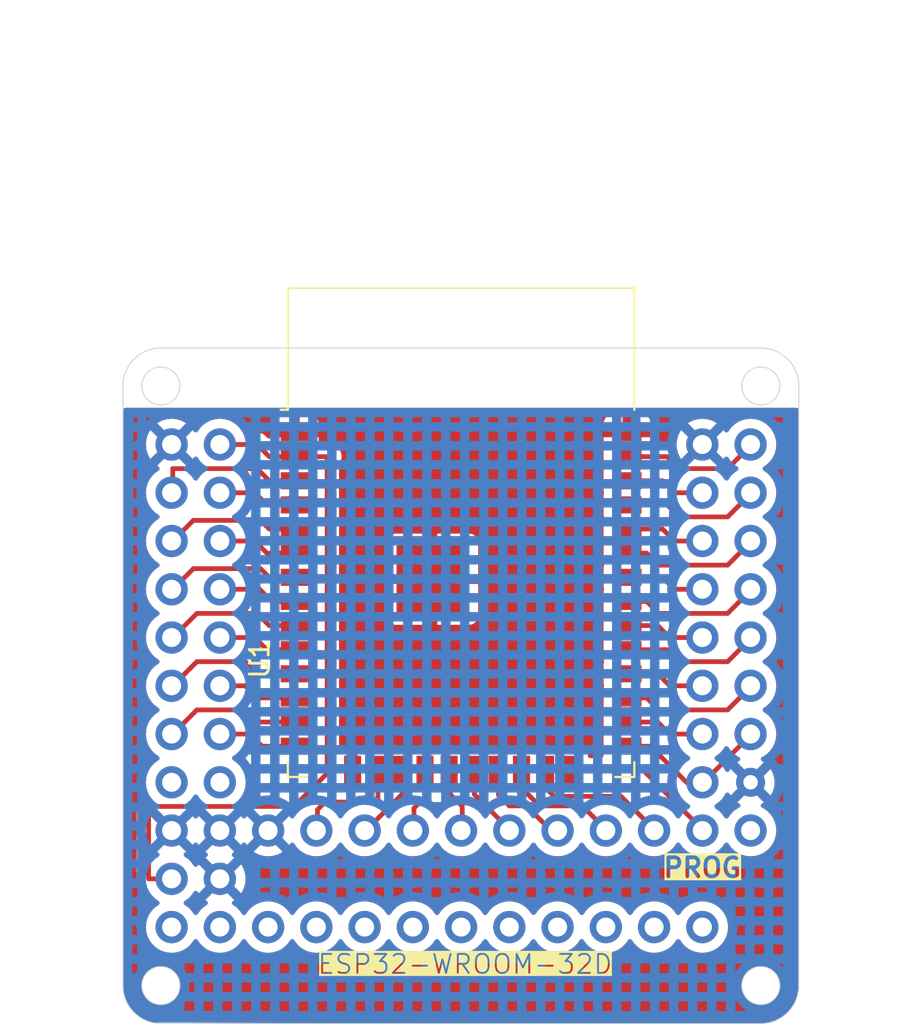
<source format=kicad_pcb>
(kicad_pcb (version 20240108) (generator "pcbnew") (generator_version "8.0")
  (layers (0 "F.Cu" signal) (31 "B.Cu" signal) (34 "B.Paste" user) (35 "F.Paste" user) (36 "B.SilkS" user "B.Silkscreen") (37 "F.SilkS" user "F.Silkscreen") (38 "B.Mask" user) (39 "F.Mask" user) (44 "Edge.Cuts" user))
  (net 0 "")
  (net 1 "unconnected-(U1-VDD-Pad2)")
  (net 2 "unconnected-(U1-EN-Pad3)")
  (net 3 "unconnected-(U1-SENSOR_VP-Pad4)")
  (net 4 "unconnected-(U1-SENSOR_VN-Pad5)")
  (net 5 "unconnected-(U1-IO34-Pad6)")
  (net 6 "unconnected-(U1-IO35-Pad7)")
  (net 7 "unconnected-(U1-IO32-Pad8)")
  (net 8 "unconnected-(U1-IO33-Pad9)")
  (net 9 "unconnected-(U1-IO25-Pad10)")
  (net 10 "unconnected-(U1-IO26-Pad11)")
  (net 11 "unconnected-(U1-IO27-Pad12)")
  (net 12 "unconnected-(U1-IO14-Pad13)")
  (net 13 "unconnected-(U1-IO12-Pad14)")
  (net 14 "unconnected-(U1-IO13-Pad16)")
  (net 15 "unconnected-(U1-SHD{slash}SD2-Pad17)")
  (net 16 "unconnected-(U1-SWP{slash}SD3-Pad18)")
  (net 17 "unconnected-(U1-SCS{slash}CMD-Pad19)")
  (net 18 "unconnected-(U1-SCK{slash}CLK-Pad20)")
  (net 19 "unconnected-(U1-SDO{slash}SD0-Pad21)")
  (net 20 "unconnected-(U1-SDI{slash}SD1-Pad22)")
  (net 21 "unconnected-(U1-IO15-Pad23)")
  (net 22 "unconnected-(U1-IO2-Pad24)")
  (net 23 "unconnected-(U1-IO0-Pad25)")
  (net 24 "unconnected-(U1-IO4-Pad26)")
  (net 25 "unconnected-(U1-IO16-Pad27)")
  (net 26 "unconnected-(U1-IO17-Pad28)")
  (net 27 "unconnected-(U1-IO5-Pad29)")
  (net 28 "unconnected-(U1-IO18-Pad30)")
  (net 29 "unconnected-(U1-IO19-Pad31)")
  (net 30 "unconnected-(U1-NC-Pad32)")
  (net 31 "unconnected-(U1-IO21-Pad33)")
  (net 32 "unconnected-(U1-RXD0{slash}IO3-Pad34)")
  (net 33 "unconnected-(U1-TXD0{slash}IO1-Pad35)")
  (net 34 "unconnected-(U1-IO22-Pad36)")
  (net 35 "unconnected-(U1-IO23-Pad37)")
  (net 36 "/GND")
  (footprint "Alexander Footprint Library:ESP32-WROOM-Adapter-Legacy-v2" (layer "F.Cu") (at 159.96 88.9)
    (property "Reference" "U1" (at -10.61 3.7 90) (layer "F.SilkS"))
    (property "Value" "ESP32-WROOM-32D")
    (fp_line (start -9.12 -15.86) (end -9.12 -9.445) (stroke (width 0.12)) (layer "F.SilkS"))
    (fp_line (start -9.12 -15.86) (end 9.12 -15.86) (stroke (width 0.12)) (layer "F.SilkS"))
    (fp_line (start -9.12 -9.445) (end -9.5 -9.445) (stroke (width 0.12)) (layer "F.SilkS"))
    (fp_line (start -9.12 9.1) (end -9.12 9.88) (stroke (width 0.12)) (layer "F.SilkS"))
    (fp_line (start -9.12 9.88) (end -8.12 9.88) (stroke (width 0.12)) (layer "F.SilkS"))
    (fp_line (start 9.12 -15.86) (end 9.12 -9.445) (stroke (width 0.12)) (layer "F.SilkS"))
    (fp_line (start 9.12 9.1) (end 9.12 9.88) (stroke (width 0.12)) (layer "F.SilkS"))
    (fp_line (start 9.12 9.88) (end 8.12 9.88) (stroke (width 0.12)) (layer "F.SilkS"))
    (fp_line (start -17.8054 20.86) (end -17.8054 -10.7) (stroke (width 0.05)) (layer "Edge.Cuts"))
    (fp_line (start -15.8054 -12.7) (end 15.78 -12.7) (stroke (width 0.05)) (layer "Edge.Cuts"))
    (fp_line (start 15.78 22.86) (end -15.8054 22.86) (stroke (width 0.05)) (layer "Edge.Cuts"))
    (fp_line (start 17.78 -10.7) (end 17.78 20.86) (stroke (width 0.05)) (layer "Edge.Cuts"))
    (fp_arc (start -17.8054 -10.7) (mid -17.219614 -12.114214) (end -15.8054 -12.7) (stroke (width 0.05)) (layer "Edge.Cuts"))
    (fp_arc (start -15.8054 22.86) (mid -17.219614 22.274214) (end -17.8054 20.86) (stroke (width 0.05)) (layer "Edge.Cuts"))
    (fp_arc (start 15.78 -12.7) (mid 17.194214 -12.114214) (end 17.78 -10.7) (stroke (width 0.05)) (layer "Edge.Cuts"))
    (fp_arc (start 17.78 20.86) (mid 17.194214 22.274214) (end 15.78 22.86) (stroke (width 0.05)) (layer "Edge.Cuts"))
    (fp_circle (center -15.805401 -10.700001) (end -14.805401 -10.700001) (stroke (width 0.05)) (fill none) (layer "Edge.Cuts"))
    (fp_circle (center -15.805401 20.860001) (end -14.805401 20.860001) (stroke (width 0.05)) (fill none) (layer "Edge.Cuts"))
    (fp_circle (center 15.78 -10.7) (end 16.78 -10.7) (stroke (width 0.05)) (fill none) (layer "Edge.Cuts"))
    (fp_circle (center 15.78 20.86) (end 16.78 20.86) (stroke (width 0.05)) (fill none) (layer "Edge.Cuts"))
    (fp_text user "ESP32-WROOM-32D" (at -7.62 20.32 0) (layer "F.SilkS" knockout) (effects (font (thickness 0.1)) (justify left bottom)))
    (fp_text user "PROG" (at 12.7 15.24 0) (layer "F.SilkS" knockout) (effects (font (thickness 0.2) (bold yes)) (justify bottom)))
    (pad "" thru_hole circle (at -15.24 10.16) (size 1.7 1.7) (drill 1) (layers "*.Cu" "*.Mask"))
    (pad "" thru_hole circle (at -15.24 17.78) (size 1.7 1.7) (drill 1) (layers "*.Cu" "*.Mask"))
    (pad "" thru_hole circle (at -12.7 10.16) (size 1.7 1.7) (drill 1) (layers "*.Cu" "*.Mask"))
    (pad "" thru_hole circle (at -12.7 17.78) (size 1.7 1.7) (drill 1) (layers "*.Cu" "*.Mask"))
    (pad "" thru_hole circle (at -10.16 17.78) (size 1.7 1.7) (drill 1) (layers "*.Cu" "*.Mask"))
    (pad "" thru_hole circle (at -7.62 17.78) (size 1.7 1.7) (drill 1) (layers "*.Cu" "*.Mask"))
    (pad "" thru_hole circle (at -5.08 17.78) (size 1.7 1.7) (drill 1) (layers "*.Cu" "*.Mask"))
    (pad "" thru_hole circle (at -2.54 17.78) (size 1.7 1.7) (drill 1) (layers "*.Cu" "*.Mask"))
    (pad "" thru_hole circle (at 0 17.78) (size 1.7 1.7) (drill 1) (layers "*.Cu" "*.Mask"))
    (pad "" thru_hole circle (at 2.54 17.78) (size 1.7 1.7) (drill 1) (layers "*.Cu" "*.Mask"))
    (pad "" thru_hole circle (at 5.08 17.78) (size 1.7 1.7) (drill 1) (layers "*.Cu" "*.Mask"))
    (pad "" thru_hole circle (at 7.62 17.78) (size 1.7 1.7) (drill 1) (layers "*.Cu" "*.Mask"))
    (pad "" thru_hole circle (at 10.16 17.78) (size 1.7 1.7) (drill 1) (layers "*.Cu" "*.Mask"))
    (pad "" thru_hole circle (at 12.7 17.78) (size 1.7 1.7) (drill 1) (layers "*.Cu" "*.Mask"))
    (pad "" thru_hole circle (at 15.24 12.7) (size 1.7 1.7) (drill 1) (layers "*.Cu" "*.Mask"))
    (pad "1" thru_hole circle (at -15.24 -7.62) (size 1.7 1.7) (drill 1) (layers "*.Cu" "*.Mask") (net 36 "/GND"))
    (pad "1" smd rect (at -8.75 -8.25) (size 1.5 0.9) (layers "F.Cu" "F.Paste" "F.Mask") (net 36 "/GND"))
    (pad "2" thru_hole circle (at -15.24 15.24) (size 1.7 1.7) (drill 1) (layers "*.Cu" "*.Mask") (net 1 "unconnected-(U1-VDD-Pad2)"))
    (pad "2" thru_hole circle (at -12.7 -7.62) (size 1.7 1.7) (drill 1) (layers "*.Cu" "*.Mask") (net 1 "unconnected-(U1-VDD-Pad2)"))
    (pad "2" smd rect (at -8.75 -6.98) (size 1.5 0.9) (layers "F.Cu" "F.Paste" "F.Mask") (net 1 "unconnected-(U1-VDD-Pad2)"))
    (pad "3" thru_hole circle (at -15.24 -5.08) (size 1.7 1.7) (drill 1) (layers "*.Cu" "*.Mask") (net 2 "unconnected-(U1-EN-Pad3)"))
    (pad "3" smd rect (at -8.75 -5.71) (size 1.5 0.9) (layers "F.Cu" "F.Paste" "F.Mask") (net 2 "unconnected-(U1-EN-Pad3)"))
    (pad "4" thru_hole circle (at -12.7 -5.08) (size 1.7 1.7) (drill 1) (layers "*.Cu" "*.Mask") (net 3 "unconnected-(U1-SENSOR_VP-Pad4)"))
    (pad "4" smd rect (at -8.75 -4.44) (size 1.5 0.9) (layers "F.Cu" "F.Paste" "F.Mask") (net 3 "unconnected-(U1-SENSOR_VP-Pad4)"))
    (pad "5" thru_hole circle (at -15.24 -2.54) (size 1.7 1.7) (drill 1) (layers "*.Cu" "*.Mask") (net 4 "unconnected-(U1-SENSOR_VN-Pad5)"))
    (pad "5" smd rect (at -8.75 -3.17) (size 1.5 0.9) (layers "F.Cu" "F.Paste" "F.Mask") (net 4 "unconnected-(U1-SENSOR_VN-Pad5)"))
    (pad "6" thru_hole circle (at -12.7 -2.54) (size 1.7 1.7) (drill 1) (layers "*.Cu" "*.Mask") (net 5 "unconnected-(U1-IO34-Pad6)"))
    (pad "6" smd rect (at -8.75 -1.9) (size 1.5 0.9) (layers "F.Cu" "F.Paste" "F.Mask") (net 5 "unconnected-(U1-IO34-Pad6)"))
    (pad "7" thru_hole circle (at -15.24 0) (size 1.7 1.7) (drill 1) (layers "*.Cu" "*.Mask") (net 6 "unconnected-(U1-IO35-Pad7)"))
    (pad "7" smd rect (at -8.75 -0.63) (size 1.5 0.9) (layers "F.Cu" "F.Paste" "F.Mask") (net 6 "unconnected-(U1-IO35-Pad7)"))
    (pad "8" thru_hole circle (at -12.7 0) (size 1.7 1.7) (drill 1) (layers "*.Cu" "*.Mask") (net 7 "unconnected-(U1-IO32-Pad8)"))
    (pad "8" smd rect (at -8.75 0.64) (size 1.5 0.9) (layers "F.Cu" "F.Paste" "F.Mask") (net 7 "unconnected-(U1-IO32-Pad8)"))
    (pad "9" thru_hole circle (at -15.24 2.54) (size 1.7 1.7) (drill 1) (layers "*.Cu" "*.Mask") (net 8 "unconnected-(U1-IO33-Pad9)"))
    (pad "9" smd rect (at -8.75 1.91) (size 1.5 0.9) (layers "F.Cu" "F.Paste" "F.Mask") (net 8 "unconnected-(U1-IO33-Pad9)"))
    (pad "10" thru_hole circle (at -12.7 2.54) (size 1.7 1.7) (drill 1) (layers "*.Cu" "*.Mask") (net 9 "unconnected-(U1-IO25-Pad10)"))
    (pad "10" smd rect (at -8.75 3.18) (size 1.5 0.9) (layers "F.Cu" "F.Paste" "F.Mask") (net 9 "unconnected-(U1-IO25-Pad10)"))
    (pad "11" thru_hole circle (at -15.24 5.08) (size 1.7 1.7) (drill 1) (layers "*.Cu" "*.Mask") (net 10 "unconnected-(U1-IO26-Pad11)"))
    (pad "11" smd rect (at -8.75 4.45) (size 1.5 0.9) (layers "F.Cu" "F.Paste" "F.Mask") (net 10 "unconnected-(U1-IO26-Pad11)"))
    (pad "12" thru_hole circle (at -12.7 5.08) (size 1.7 1.7) (drill 1) (layers "*.Cu" "*.Mask") (net 11 "unconnected-(U1-IO27-Pad12)"))
    (pad "12" smd rect (at -8.75 5.72) (size 1.5 0.9) (layers "F.Cu" "F.Paste" "F.Mask") (net 11 "unconnected-(U1-IO27-Pad12)"))
    (pad "13" thru_hole circle (at -15.24 7.62) (size 1.7 1.7) (drill 1) (layers "*.Cu" "*.Mask") (net 12 "unconnected-(U1-IO14-Pad13)"))
    (pad "13" smd rect (at -8.75 6.99) (size 1.5 0.9) (layers "F.Cu" "F.Paste" "F.Mask") (net 12 "unconnected-(U1-IO14-Pad13)"))
    (pad "14" thru_hole circle (at -12.7 7.62) (size 1.7 1.7) (drill 1) (layers "*.Cu" "*.Mask") (net 13 "unconnected-(U1-IO12-Pad14)"))
    (pad "14" smd rect (at -8.75 8.26) (size 1.5 0.9) (layers "F.Cu" "F.Paste" "F.Mask") (net 13 "unconnected-(U1-IO12-Pad14)"))
    (pad "15" thru_hole circle (at -15.24 12.7) (size 1.7 1.7) (drill 1) (layers "*.Cu" "*.Mask") (net 36 "/GND"))
    (pad "15" thru_hole circle (at -12.7 12.7) (size 1.7 1.7) (drill 1) (layers "*.Cu" "*.Mask") (net 36 "/GND"))
    (pad "15" thru_hole circle (at -12.7 15.24) (size 1.7 1.7) (drill 1) (layers "*.Cu" "*.Mask") (net 36 "/GND"))
    (pad "15" thru_hole circle (at -10.16 12.7) (size 1.7 1.7) (drill 1) (layers "*.Cu" "*.Mask") (net 36 "/GND"))
    (pad "15" smd rect (at -5.71 9.51 90) (size 1.5 0.9) (layers "F.Cu" "F.Paste" "F.Mask") (net 36 "/GND"))
    (pad "16" thru_hole circle (at -7.62 12.7) (size 1.7 1.7) (drill 1) (layers "*.Cu" "*.Mask") (net 14 "unconnected-(U1-IO13-Pad16)"))
    (pad "16" smd rect (at -4.44 9.51 90) (size 1.5 0.9) (layers "F.Cu" "F.Paste" "F.Mask") (net 14 "unconnected-(U1-IO13-Pad16)"))
    (pad "17" thru_hole circle (at -5.08 12.7) (size 1.7 1.7) (drill 1) (layers "*.Cu" "*.Mask") (net 15 "unconnected-(U1-SHD{slash}SD2-Pad17)"))
    (pad "17" smd rect (at -3.17 9.51 90) (size 1.5 0.9) (layers "F.Cu" "F.Paste" "F.Mask") (net 15 "unconnected-(U1-SHD{slash}SD2-Pad17)"))
    (pad "18" thru_hole circle (at -2.54 12.7) (size 1.7 1.7) (drill 1) (layers "*.Cu" "*.Mask") (net 16 "unconnected-(U1-SWP{slash}SD3-Pad18)"))
    (pad "18" smd rect (at -1.9 9.51 90) (size 1.5 0.9) (layers "F.Cu" "F.Paste" "F.Mask") (net 16 "unconnected-(U1-SWP{slash}SD3-Pad18)"))
    (pad "19" smd rect (at -0.63 9.51 90) (size 1.5 0.9) (layers "F.Cu" "F.Paste" "F.Mask") (net 17 "unconnected-(U1-SCS{slash}CMD-Pad19)"))
    (pad "19" thru_hole circle (at 0 12.7) (size 1.7 1.7) (drill 1) (layers "*.Cu" "*.Mask") (net 17 "unconnected-(U1-SCS{slash}CMD-Pad19)"))
    (pad "20" smd rect (at 0.64 9.51 90) (size 1.5 0.9) (layers "F.Cu" "F.Paste" "F.Mask") (net 18 "unconnected-(U1-SCK{slash}CLK-Pad20)"))
    (pad "20" thru_hole circle (at 2.54 12.7) (size 1.7 1.7) (drill 1) (layers "*.Cu" "*.Mask") (net 18 "unconnected-(U1-SCK{slash}CLK-Pad20)"))
    (pad "21" smd rect (at 1.91 9.51 90) (size 1.5 0.9) (layers "F.Cu" "F.Paste" "F.Mask") (net 19 "unconnected-(U1-SDO{slash}SD0-Pad21)"))
    (pad "21" thru_hole circle (at 5.08 12.7) (size 1.7 1.7) (drill 1) (layers "*.Cu" "*.Mask") (net 19 "unconnected-(U1-SDO{slash}SD0-Pad21)"))
    (pad "22" smd rect (at 3.18 9.51 90) (size 1.5 0.9) (layers "F.Cu" "F.Paste" "F.Mask") (net 20 "unconnected-(U1-SDI{slash}SD1-Pad22)"))
    (pad "22" thru_hole circle (at 7.62 12.7) (size 1.7 1.7) (drill 1) (layers "*.Cu" "*.Mask") (net 20 "unconnected-(U1-SDI{slash}SD1-Pad22)"))
    (pad "23" smd rect (at 4.45 9.51 90) (size 1.5 0.9) (layers "F.Cu" "F.Paste" "F.Mask") (net 21 "unconnected-(U1-IO15-Pad23)"))
    (pad "23" thru_hole circle (at 10.16 12.7) (size 1.7 1.7) (drill 1) (layers "*.Cu" "*.Mask") (net 21 "unconnected-(U1-IO15-Pad23)"))
    (pad "24" smd rect (at 5.72 9.51 90) (size 1.5 0.9) (layers "F.Cu" "F.Paste" "F.Mask") (net 22 "unconnected-(U1-IO2-Pad24)"))
    (pad "24" thru_hole circle (at 12.7 12.7) (size 1.7 1.7) (drill 1) (layers "*.Cu" "*.Mask") (net 22 "unconnected-(U1-IO2-Pad24)"))
    (pad "25" smd rect (at 8.75 8.26) (size 1.5 0.9) (layers "F.Cu" "F.Paste" "F.Mask") (net 23 "unconnected-(U1-IO0-Pad25)"))
    (pad "25" thru_hole circle (at 12.7 10.16) (size 1.7 1.7) (drill 1) (layers "*.Cu" "*.Mask") (net 23 "unconnected-(U1-IO0-Pad25)"))
    (pad "25" thru_hole circle (at 15.24 7.62) (size 1.7 1.7) (drill 1) (layers "*.Cu" "*.Mask") (net 23 "unconnected-(U1-IO0-Pad25)"))
    (pad "26" smd rect (at 8.75 6.99) (size 1.5 0.9) (layers "F.Cu" "F.Paste" "F.Mask") (net 24 "unconnected-(U1-IO4-Pad26)"))
    (pad "26" thru_hole circle (at 12.7 7.62) (size 1.7 1.7) (drill 1) (layers "*.Cu" "*.Mask") (net 24 "unconnected-(U1-IO4-Pad26)"))
    (pad "27" smd rect (at 8.75 5.72) (size 1.5 0.9) (layers "F.Cu" "F.Paste" "F.Mask") (net 25 "unconnected-(U1-IO16-Pad27)"))
    (pad "27" thru_hole circle (at 15.24 5.08) (size 1.7 1.7) (drill 1) (layers "*.Cu" "*.Mask") (net 25 "unconnected-(U1-IO16-Pad27)"))
    (pad "28" smd rect (at 8.75 4.45) (size 1.5 0.9) (layers "F.Cu" "F.Paste" "F.Mask") (net 26 "unconnected-(U1-IO17-Pad28)"))
    (pad "28" thru_hole circle (at 12.7 5.08) (size 1.7 1.7) (drill 1) (layers "*.Cu" "*.Mask") (net 26 "unconnected-(U1-IO17-Pad28)"))
    (pad "29" smd rect (at 8.75 3.18) (size 1.5 0.9) (layers "F.Cu" "F.Paste" "F.Mask") (net 27 "unconnected-(U1-IO5-Pad29)"))
    (pad "29" thru_hole circle (at 15.24 2.54) (size 1.7 1.7) (drill 1) (layers "*.Cu" "*.Mask") (net 27 "unconnected-(U1-IO5-Pad29)"))
    (pad "30" smd rect (at 8.75 1.91) (size 1.5 0.9) (layers "F.Cu" "F.Paste" "F.Mask") (net 28 "unconnected-(U1-IO18-Pad30)"))
    (pad "30" thru_hole circle (at 12.7 2.54) (size 1.7 1.7) (drill 1) (layers "*.Cu" "*.Mask") (net 28 "unconnected-(U1-IO18-Pad30)"))
    (pad "31" smd rect (at 8.75 0.64) (size 1.5 0.9) (layers "F.Cu" "F.Paste" "F.Mask") (net 29 "unconnected-(U1-IO19-Pad31)"))
    (pad "31" thru_hole circle (at 15.24 0) (size 1.7 1.7) (drill 1) (layers "*.Cu" "*.Mask") (net 29 "unconnected-(U1-IO19-Pad31)"))
    (pad "32" smd rect (at 8.75 -0.63) (size 1.5 0.9) (layers "F.Cu" "F.Paste" "F.Mask") (net 30 "unconnected-(U1-NC-Pad32)"))
    (pad "32" thru_hole circle (at 12.7 0) (size 1.7 1.7) (drill 1) (layers "*.Cu" "*.Mask"))
    (pad "33" smd rect (at 8.75 -1.9) (size 1.5 0.9) (layers "F.Cu" "F.Paste" "F.Mask") (net 31 "unconnected-(U1-IO21-Pad33)"))
    (pad "33" thru_hole circle (at 15.24 -2.54) (size 1.7 1.7) (drill 1) (layers "*.Cu" "*.Mask") (net 31 "unconnected-(U1-IO21-Pad33)"))
    (pad "34" smd rect (at 8.75 -3.17) (size 1.5 0.9) (layers "F.Cu" "F.Paste" "F.Mask") (net 32 "unconnected-(U1-RXD0{slash}IO3-Pad34)"))
    (pad "34" thru_hole circle (at 12.7 -2.54) (size 1.7 1.7) (drill 1) (layers "*.Cu" "*.Mask") (net 32 "unconnected-(U1-RXD0{slash}IO3-Pad34)"))
    (pad "35" smd rect (at 8.75 -4.44) (size 1.5 0.9) (layers "F.Cu" "F.Paste" "F.Mask") (net 33 "unconnected-(U1-TXD0{slash}IO1-Pad35)"))
    (pad "35" thru_hole circle (at 15.24 -5.08) (size 1.7 1.7) (drill 1) (layers "*.Cu" "*.Mask") (net 33 "unconnected-(U1-TXD0{slash}IO1-Pad35)"))
    (pad "36" smd rect (at 8.75 -5.71) (size 1.5 0.9) (layers "F.Cu" "F.Paste" "F.Mask") (net 34 "unconnected-(U1-IO22-Pad36)"))
    (pad "36" thru_hole circle (at 12.7 -5.08) (size 1.7 1.7) (drill 1) (layers "*.Cu" "*.Mask") (net 34 "unconnected-(U1-IO22-Pad36)"))
    (pad "37" smd rect (at 8.75 -6.98) (size 1.5 0.9) (layers "F.Cu" "F.Paste" "F.Mask") (net 35 "unconnected-(U1-IO23-Pad37)"))
    (pad "37" thru_hole circle (at 15.24 -7.62) (size 1.7 1.7) (drill 1) (layers "*.Cu" "*.Mask") (net 35 "unconnected-(U1-IO23-Pad37)"))
    (pad "38" smd rect (at 8.75 -8.25) (size 1.5 0.9) (layers "F.Cu" "F.Paste" "F.Mask") (net 36 "/GND"))
    (pad "38" thru_hole circle (at 12.7 -7.62) (size 1.7 1.7) (drill 1) (layers "*.Cu" "*.Mask") (net 36 "/GND"))
    (pad "38" thru_hole circle (at 15.24 10.16) (size 1.524 1.524) (drill 0.762) (layers "*.Cu" "*.Mask") (net 36 "/GND"))
    (pad "39" smd rect (at -1.5 -0.53) (size 3.8 3.8) (layers "F.Cu" "F.Mask") (net 36 "/GND"))
    (zone (net 0) (net_name "") (layers "*.Cu") (connect_pads (clearance 0)) (min_thickness 0.254)
      (keepout (tracks not_allowed) (vias not_allowed) (pads not_allowed) (copperpour not_allowed) (footprints not_allowed))
      (fill (thermal_gap 0.508) (thermal_bridge_width 0.508))
      (polygon (pts (xy 135.96 79.35) (xy 183.96 79.35) (xy 183.96 58.16) (xy 135.96 58.16)))
    )
  )
  (segment (start 151.17 100.33) (end 152.908 98.592) (width 0.25) (layer "F.Cu") (net 1))
  (segment (start 152.908 98.592) (end 152.908 82.052) (width 0.25) (layer "F.Cu") (net 1))
  (segment (start 149.22 81.28) (end 149.86 81.92) (width 0.25) (layer "F.Cu") (net 1))
  (segment (start 151.27 81.92) (end 149.86 81.92) (width 0.25) (layer "F.Cu") (net 1))
  (segment (start 143.51 104.14) (end 143.51 100.584) (width 0.25) (layer "F.Cu") (net 1))
  (segment (start 147.32 81.28) (end 149.22 81.28) (width 0.25) (layer "F.Cu") (net 1))
  (segment (start 143.764 100.33) (end 151.17 100.33) (width 0.25) (layer "F.Cu") (net 1))
  (segment (start 153.04 81.92) (end 151.27 81.92) (width 0.25) (layer "F.Cu") (net 1))
  (segment (start 152.908 82.052) (end 153.04 81.92) (width 0.25) (layer "F.Cu") (net 1))
  (segment (start 143.51 100.584) (end 143.764 100.33) (width 0.25) (layer "F.Cu") (net 1))
  (segment (start 144.78 104.14) (end 143.51 104.14) (width 0.25) (layer "F.Cu") (net 1))
  (segment (start 149.22 82.55) (end 144.78 82.55) (width 0.25) (layer "F.Cu") (net 2))
  (segment (start 149.86 83.19) (end 149.22 82.55) (width 0.25) (layer "F.Cu") (net 2))
  (segment (start 151.27 83.19) (end 149.86 83.19) (width 0.25) (layer "F.Cu") (net 2))
  (segment (start 144.78 82.55) (end 144.78 83.82) (width 0.25) (layer "F.Cu") (net 2))
  (segment (start 147.32 83.82) (end 149.098 83.82) (width 0.25) (layer "F.Cu") (net 3))
  (segment (start 149.098 83.82) (end 149.738 84.46) (width 0.25) (layer "F.Cu") (net 3))
  (segment (start 149.738 84.46) (end 151.27 84.46) (width 0.25) (layer "F.Cu") (net 3))
  (segment (start 151.27 85.73) (end 149.86 85.73) (width 0.25) (layer "F.Cu") (net 4))
  (segment (start 144.78 86.36) (end 145.867 85.273) (width 0.25) (layer "F.Cu") (net 4))
  (segment (start 145.867 85.273) (end 149.403 85.273) (width 0.25) (layer "F.Cu") (net 4))
  (segment (start 149.403 85.273) (end 149.86 85.73) (width 0.25) (layer "F.Cu") (net 4))
  (segment (start 149.098 86.36) (end 147.32 86.36) (width 0.25) (layer "F.Cu") (net 5))
  (segment (start 149.738 87) (end 149.098 86.36) (width 0.25) (layer "F.Cu") (net 5))
  (segment (start 151.27 87) (end 149.738 87) (width 0.25) (layer "F.Cu") (net 5))
  (segment (start 144.78 88.9) (end 145.867 87.813) (width 0.25) (layer "F.Cu") (net 6))
  (segment (start 151.27 88.27) (end 149.86 88.27) (width 0.25) (layer "F.Cu") (net 6))
  (segment (start 145.867 87.813) (end 149.403 87.813) (width 0.25) (layer "F.Cu") (net 6))
  (segment (start 149.403 87.813) (end 149.86 88.27) (width 0.25) (layer "F.Cu") (net 6))
  (segment (start 151.27 89.54) (end 149.992 89.54) (width 0.25) (layer "F.Cu") (net 7))
  (segment (start 149.352 88.9) (end 147.32 88.9) (width 0.25) (layer "F.Cu") (net 7))
  (segment (start 149.992 89.54) (end 149.352 88.9) (width 0.25) (layer "F.Cu") (net 7))
  (segment (start 149.22 90.17) (end 149.86 90.81) (width 0.25) (layer "F.Cu") (net 8))
  (segment (start 146.05 90.17) (end 149.22 90.17) (width 0.25) (layer "F.Cu") (net 8))
  (segment (start 144.78 91.44) (end 146.05 90.17) (width 0.25) (layer "F.Cu") (net 8))
  (segment (start 149.86 90.81) (end 151.27 90.81) (width 0.25) (layer "F.Cu") (net 8))
  (segment (start 149.738 92.08) (end 149.098 91.44) (width 0.25) (layer "F.Cu") (net 9))
  (segment (start 151.27 92.08) (end 149.738 92.08) (width 0.25) (layer "F.Cu") (net 9))
  (segment (start 149.098 91.44) (end 147.32 91.44) (width 0.25) (layer "F.Cu") (net 9))
  (segment (start 148.59 92.71) (end 146.05 92.71) (width 0.25) (layer "F.Cu") (net 10))
  (segment (start 149.23 93.35) (end 148.59 92.71) (width 0.25) (layer "F.Cu") (net 10))
  (segment (start 146.05 92.71) (end 144.78 93.98) (width 0.25) (layer "F.Cu") (net 10))
  (segment (start 151.27 93.35) (end 149.23 93.35) (width 0.25) (layer "F.Cu") (net 10))
  (segment (start 151.27 94.62) (end 149.23 94.62) (width 0.25) (layer "F.Cu") (net 11))
  (segment (start 148.59 93.98) (end 147.32 93.98) (width 0.25) (layer "F.Cu") (net 11))
  (segment (start 149.23 94.62) (end 148.59 93.98) (width 0.25) (layer "F.Cu") (net 11))
  (segment (start 144.78 96.52) (end 146.05 95.25) (width 0.25) (layer "F.Cu") (net 12))
  (segment (start 146.05 95.25) (end 148.59 95.25) (width 0.25) (layer "F.Cu") (net 12))
  (segment (start 149.23 95.89) (end 151.27 95.89) (width 0.25) (layer "F.Cu") (net 12))
  (segment (start 148.59 95.25) (end 149.23 95.89) (width 0.25) (layer "F.Cu") (net 12))
  (segment (start 148.844 96.52) (end 147.32 96.52) (width 0.25) (layer "F.Cu") (net 13))
  (segment (start 149.484 97.16) (end 148.844 96.52) (width 0.25) (layer "F.Cu") (net 13))
  (segment (start 151.27 97.16) (end 149.484 97.16) (width 0.25) (layer "F.Cu") (net 13))
  (segment (start 152.4 101.6) (end 152.4 100.5) (width 0.25) (layer "F.Cu") (net 14))
  (segment (start 155.4 100.1) (end 155.58 99.92) (width 0.25) (layer "F.Cu") (net 14))
  (segment (start 152.8 100.1) (end 155.4 100.1) (width 0.25) (layer "F.Cu") (net 14))
  (segment (start 155.58 99.92) (end 155.58 98.41) (width 0.25) (layer "F.Cu") (net 14))
  (segment (start 152.4 100.5) (end 152.8 100.1) (width 0.25) (layer "F.Cu") (net 14))
  (segment (start 154.94 101.6) (end 156.85 99.69) (width 0.25) (layer "F.Cu") (net 15))
  (segment (start 156.85 99.69) (end 156.85 98.41) (width 0.25) (layer "F.Cu") (net 15))
  (segment (start 157.48 100.42) (end 158.12 99.78) (width 0.25) (layer "F.Cu") (net 16))
  (segment (start 158.12 99.78) (end 158.12 98.41) (width 0.25) (layer "F.Cu") (net 16))
  (segment (start 157.48 101.6) (end 157.48 100.42) (width 0.25) (layer "F.Cu") (net 16))
  (segment (start 160.02 101.6) (end 160.02 100.32) (width 0.25) (layer "F.Cu") (net 17))
  (segment (start 159.39 99.69) (end 159.39 98.41) (width 0.25) (layer "F.Cu") (net 17))
  (segment (start 160.02 100.32) (end 159.39 99.69) (width 0.25) (layer "F.Cu") (net 17))
  (segment (start 162.56 101.6) (end 160.66 99.7) (width 0.25) (layer "F.Cu") (net 18))
  (segment (start 160.66 99.7) (end 160.66 98.41) (width 0.25) (layer "F.Cu") (net 18))
  (segment (start 163.4 100.3) (end 162.5 100.3) (width 0.25) (layer "F.Cu") (net 19))
  (segment (start 161.93 99.73) (end 161.93 98.41) (width 0.25) (layer "F.Cu") (net 19))
  (segment (start 164.7 101.6) (end 163.4 100.3) (width 0.25) (layer "F.Cu") (net 19))
  (segment (start 165.1 101.6) (end 164.7 101.6) (width 0.25) (layer "F.Cu") (net 19))
  (segment (start 162.5 100.3) (end 161.93 99.73) (width 0.25) (layer "F.Cu") (net 19))
  (segment (start 164.09 100.3) (end 166.34 100.3) (width 0.25) (layer "F.Cu") (net 20))
  (segment (start 163.2 98.41) (end 163.2 99.41) (width 0.25) (layer "F.Cu") (net 20))
  (segment (start 166.34 100.3) (end 167.64 101.6) (width 0.25) (layer "F.Cu") (net 20))
  (segment (start 163.2 99.41) (end 164.09 100.3) (width 0.25) (layer "F.Cu") (net 20))
  (segment (start 164.47 99.41) (end 164.86 99.8) (width 0.25) (layer "F.Cu") (net 21))
  (segment (start 164.47 98.41) (end 164.47 99.41) (width 0.25) (layer "F.Cu") (net 21))
  (segment (start 168.38 99.8) (end 170.18 101.6) (width 0.25) (layer "F.Cu") (net 21))
  (segment (start 164.86 99.8) (end 168.38 99.8) (width 0.25) (layer "F.Cu") (net 21))
  (segment (start 169.53 98.41) (end 172.72 101.6) (width 0.25) (layer "F.Cu") (net 22))
  (segment (start 165.74 98.41) (end 169.53 98.41) (width 0.25) (layer "F.Cu") (net 22))
  (segment (start 171.826 99.06) (end 172.72 99.06) (width 0.25) (layer "F.Cu") (net 23))
  (segment (start 169.926 97.16) (end 171.826 99.06) (width 0.25) (layer "F.Cu") (net 23))
  (segment (start 172.72 99.06) (end 175.26 96.52) (width 0.25) (layer "F.Cu") (net 23))
  (segment (start 168.77 97.16) (end 169.926 97.16) (width 0.25) (layer "F.Cu") (net 23))
  (segment (start 170.942 96.52) (end 172.72 96.52) (width 0.25) (layer "F.Cu") (net 24))
  (segment (start 170.312 95.89) (end 170.942 96.52) (width 0.25) (layer "F.Cu") (net 24))
  (segment (start 168.77 95.89) (end 170.312 95.89) (width 0.25) (layer "F.Cu") (net 24))
  (segment (start 173.99 95.25) (end 175.26 93.98) (width 0.25) (layer "F.Cu") (net 25))
  (segment (start 169.733 94.62) (end 170.363 95.25) (width 0.25) (layer "F.Cu") (net 25))
  (segment (start 170.363 95.25) (end 173.99 95.25) (width 0.25) (layer "F.Cu") (net 25))
  (segment (start 168.77 94.62) (end 169.733 94.62) (width 0.25) (layer "F.Cu") (net 25))
  (segment (start 168.77 93.35) (end 170.312 93.35) (width 0.25) (layer "F.Cu") (net 26))
  (segment (start 170.942 93.98) (end 172.72 93.98) (width 0.25) (layer "F.Cu") (net 26))
  (segment (start 170.312 93.35) (end 170.942 93.98) (width 0.25) (layer "F.Cu") (net 26))
  (segment (start 171.074 92.08) (end 171.704 92.71) (width 0.25) (layer "F.Cu") (net 27))
  (segment (start 173.99 92.71) (end 175.26 91.44) (width 0.25) (layer "F.Cu") (net 27))
  (segment (start 168.77 92.08) (end 171.074 92.08) (width 0.25) (layer "F.Cu") (net 27))
  (segment (start 171.704 92.71) (end 173.99 92.71) (width 0.25) (layer "F.Cu") (net 27))
  (segment (start 170.942 91.44) (end 172.72 91.44) (width 0.25) (layer "F.Cu") (net 28))
  (segment (start 170.312 90.81) (end 170.942 91.44) (width 0.25) (layer "F.Cu") (net 28))
  (segment (start 168.77 90.81) (end 170.312 90.81) (width 0.25) (layer "F.Cu") (net 28))
  (segment (start 173.99 90.17) (end 175.26 88.9) (width 0.25) (layer "F.Cu") (net 29))
  (segment (start 168.77 89.54) (end 169.733 89.54) (width 0.25) (layer "F.Cu") (net 29))
  (segment (start 170.363 90.17) (end 173.99 90.17) (width 0.25) (layer "F.Cu") (net 29))
  (segment (start 169.733 89.54) (end 170.363 90.17) (width 0.25) (layer "F.Cu") (net 29))
  (segment (start 171.196 88.9) (end 172.72 88.9) (width 0.25) (layer "F.Cu") (net 30))
  (segment (start 168.77 88.27) (end 170.566 88.27) (width 0.25) (layer "F.Cu") (net 30))
  (segment (start 170.566 88.27) (end 171.196 88.9) (width 0.25) (layer "F.Cu") (net 30))
  (segment (start 170.363 87.63) (end 173.99 87.63) (width 0.25) (layer "F.Cu") (net 31))
  (segment (start 173.99 87.63) (end 175.26 86.36) (width 0.25) (layer "F.Cu") (net 31))
  (segment (start 168.77 87) (end 169.733 87) (width 0.25) (layer "F.Cu") (net 31))
  (segment (start 169.733 87) (end 170.363 87.63) (width 0.25) (layer "F.Cu") (net 31))
  (segment (start 168.77 85.73) (end 170.566 85.73) (width 0.25) (layer "F.Cu") (net 32))
  (segment (start 170.566 85.73) (end 171.196 86.36) (width 0.25) (layer "F.Cu") (net 32))
  (segment (start 171.196 86.36) (end 172.72 86.36) (width 0.25) (layer "F.Cu") (net 32))
  (segment (start 170.82 84.46) (end 171.45 85.09) (width 0.25) (layer "F.Cu") (net 33))
  (segment (start 173.99 85.09) (end 175.26 83.82) (width 0.25) (layer "F.Cu") (net 33))
  (segment (start 171.45 85.09) (end 173.99 85.09) (width 0.25) (layer "F.Cu") (net 33))
  (segment (start 168.77 84.46) (end 170.82 84.46) (width 0.25) (layer "F.Cu") (net 33))
  (segment (start 168.77 83.19) (end 170.566 83.19) (width 0.25) (layer "F.Cu") (net 34))
  (segment (start 170.566 83.19) (end 171.196 83.82) (width 0.25) (layer "F.Cu") (net 34))
  (segment (start 171.196 83.82) (end 172.72 83.82) (width 0.25) (layer "F.Cu") (net 34))
  (segment (start 173.99 82.55) (end 175.26 81.28) (width 0.25) (layer "F.Cu") (net 35))
  (segment (start 168.77 81.92) (end 170.82 81.92) (width 0.25) (layer "F.Cu") (net 35))
  (segment (start 170.82 81.92) (end 171.45 82.55) (width 0.25) (layer "F.Cu") (net 35))
  (segment (start 171.45 82.55) (end 173.99 82.55) (width 0.25) (layer "F.Cu") (net 35))
  (zone (net 36) (net_name "/GND") (layer "F.Cu") (connect_pads (clearance 0.5)) (min_thickness 0.25) (fill yes (thermal_gap 0.5) (thermal_bridge_width 0.5))
    (polygon (pts (xy 142.2 76.2) (xy 177.8 76.2) (xy 177.8 111.8) (xy 142.2 111.7)))
  )
  (zone (net 36) (net_name "/GND") (layer "B.Cu") (priority 1) (connect_pads (clearance 0.5)) (min_thickness 0.25) (fill yes (mode hatch) (thermal_gap 0.5) (thermal_bridge_width 0.5) (hatch_thickness 0.5) (hatch_gap 0.5) (hatch_orientation 0) (hatch_border_algorithm hatch_thickness) (hatch_min_hole_area 0.3))
    (polygon (pts (xy 142.1 76.2) (xy 177.8 76.2) (xy 177.8 111.8) (xy 142 111.7)))
  )
)
</source>
